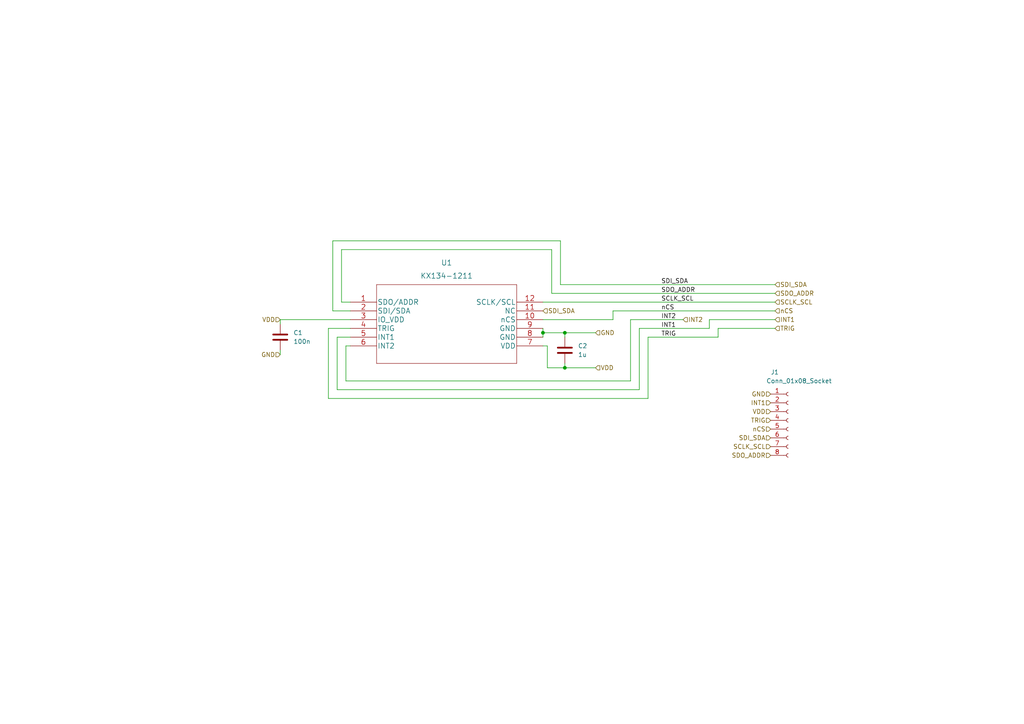
<source format=kicad_sch>
(kicad_sch (version 20230121) (generator eeschema)
  (paper "A4")
  (title_block (date "2023-05-18") (company "Imperial College") (comment 1 "Author: Alexis DEVILLARD"))
  (lib_symbols
    (symbol "Connector:Conn_01x08_Socket" (pin_names (offset 1.016) hide)
      (property "Reference" "J" (at 0 10.16 0))
      (property "Value" "Conn_01x08_Socket" (at 0 -12.7 0))
      (symbol "Conn_01x08_Socket_1_1"
        (arc (start 0 -9.652) (mid -0.5058 -10.16) (end 0 -10.668) (stroke (width 0.1524)))
        (arc (start 0 -7.112) (mid -0.5058 -7.62) (end 0 -8.128) (stroke (width 0.1524)))
        (arc (start 0 -4.572) (mid -0.5058 -5.08) (end 0 -5.588) (stroke (width 0.1524)))
        (arc (start 0 -2.032) (mid -0.5058 -2.54) (end 0 -3.048) (stroke (width 0.1524)))
        (polyline (pts (xy -1.27 -10.16) (xy -0.508 -10.16)) (stroke (width 0.1524)))
        (polyline (pts (xy -1.27 -7.62) (xy -0.508 -7.62)) (stroke (width 0.1524)))
        (polyline (pts (xy -1.27 -5.08) (xy -0.508 -5.08)) (stroke (width 0.1524)))
        (polyline (pts (xy -1.27 -2.54) (xy -0.508 -2.54)) (stroke (width 0.1524)))
        (polyline (pts (xy -1.27 0) (xy -0.508 0)) (stroke (width 0.1524)))
        (polyline (pts (xy -1.27 2.54) (xy -0.508 2.54)) (stroke (width 0.1524)))
        (polyline (pts (xy -1.27 5.08) (xy -0.508 5.08)) (stroke (width 0.1524)))
        (polyline (pts (xy -1.27 7.62) (xy -0.508 7.62)) (stroke (width 0.1524)))
        (arc (start 0 0.508) (mid -0.5058 0) (end 0 -0.508) (stroke (width 0.1524)))
        (arc (start 0 3.048) (mid -0.5058 2.54) (end 0 2.032) (stroke (width 0.1524)))
        (arc (start 0 5.588) (mid -0.5058 5.08) (end 0 4.572) (stroke (width 0.1524)))
        (arc (start 0 8.128) (mid -0.5058 7.62) (end 0 7.112) (stroke (width 0.1524)))
        (pin passive line (at -5.08 7.62 0) (length 3.81) (name "Pin_1") (number "1"))
        (pin passive line (at -5.08 5.08 0) (length 3.81) (name "Pin_2") (number "2"))
        (pin passive line (at -5.08 2.54 0) (length 3.81) (name "Pin_3") (number "3"))
        (pin passive line (at -5.08 0 0) (length 3.81) (name "Pin_4") (number "4"))
        (pin passive line (at -5.08 -2.54 0) (length 3.81) (name "Pin_5") (number "5"))
        (pin passive line (at -5.08 -5.08 0) (length 3.81) (name "Pin_6") (number "6"))
        (pin passive line (at -5.08 -7.62 0) (length 3.81) (name "Pin_7") (number "7"))
        (pin passive line (at -5.08 -10.16 0) (length 3.81) (name "Pin_8") (number "8"))
      )
    )
    (symbol "Device:C" (pin_numbers hide) (pin_names (offset 0.254))
      (property "Reference" "C" (at 0.635 2.54 0))
      (property "Value" "C" (at 0.635 -2.54 0))
      (symbol "C_0_1"
        (polyline (pts (xy -2.032 -0.762) (xy 2.032 -0.762)) (stroke (width 0.508)))
        (polyline (pts (xy -2.032 0.762) (xy 2.032 0.762)) (stroke (width 0.508)))
      )
      (symbol "C_1_1"
        (pin passive line (at 0 3.81 270) (length 2.794) (name "~") (number "1"))
        (pin passive line (at 0 -3.81 90) (length 2.794) (name "~") (number "2"))
      )
    )
    (symbol "Rohm Semiconductor:KX134-1211" (pin_names (offset 0.254))
      (property "Reference" "U9" (at 27.94 11.43 0))
      (property "Value" "KX134-1211" (at 27.94 7.62 0))
      (symbol "KX134-1211_1_1"
        (polyline (pts (xy 7.62 -17.78) (xy 48.26 -17.78)) (stroke (width 0.127)))
        (polyline (pts (xy 7.62 5.08) (xy 7.62 -17.78)) (stroke (width 0.127)))
        (polyline (pts (xy 48.26 -17.78) (xy 48.26 5.08)) (stroke (width 0.127)))
        (polyline (pts (xy 48.26 5.08) (xy 7.62 5.08)) (stroke (width 0.127)))
        (pin bidirectional line (at 0 0 0) (length 7.62) (name "SDO/ADDR") (number "1"))
        (pin input line (at 55.88 -5.08 180) (length 7.62) (name "nCS") (number "10"))
        (pin input line (at 55.88 -2.54 180) (length 7.62) (name "NC") (number "11"))
        (pin input line (at 55.88 0 180) (length 7.62) (name "SCLK/SCL") (number "12"))
        (pin bidirectional line (at 0 -2.54 0) (length 7.62) (name "SDI/SDA") (number "2"))
        (pin power_in line (at 0 -5.08 0) (length 7.62) (name "IO_VDD") (number "3"))
        (pin input line (at 0 -7.62 0) (length 7.62) (name "TRIG") (number "4"))
        (pin output line (at 0 -10.16 0) (length 7.62) (name "INT1") (number "5"))
        (pin output line (at 0 -12.7 0) (length 7.62) (name "INT2") (number "6"))
        (pin power_in line (at 55.88 -12.7 180) (length 7.62) (name "VDD") (number "7"))
        (pin power_in line (at 55.88 -10.16 180) (length 7.62) (name "GND") (number "8"))
        (pin power_in line (at 55.88 -7.62 180) (length 7.62) (name "GND") (number "9"))
      )
    )
  )
  (junction (at 163.83 96.52))
  (junction (at 163.83 106.68))
  (junction (at 157.48 96.52))
  (wire (pts (xy 160.02 72.39) (xy 160.02 85.09)))
  (wire (pts (xy 205.74 92.71) (xy 205.74 95.25)))
  (wire (pts (xy 81.28 101.6) (xy 81.28 102.87)))
  (wire (pts (xy 101.6 90.17) (xy 96.52 90.17)))
  (wire (pts (xy 162.56 82.55) (xy 224.79 82.55)))
  (wire (pts (xy 163.83 97.79) (xy 163.83 96.52)))
  (wire (pts (xy 182.88 92.71) (xy 198.12 92.71)))
  (wire (pts (xy 157.48 95.25) (xy 157.48 96.52)))
  (wire (pts (xy 97.79 113.03) (xy 185.42 113.03)))
  (wire (pts (xy 158.75 106.68) (xy 163.83 106.68)))
  (wire (pts (xy 96.52 69.85) (xy 162.56 69.85)))
  (wire (pts (xy 208.28 95.25) (xy 224.79 95.25)))
  (wire (pts (xy 205.74 92.71) (xy 224.79 92.71)))
  (wire (pts (xy 95.25 95.25) (xy 95.25 115.57)))
  (wire (pts (xy 100.33 100.33) (xy 100.33 110.49)))
  (wire (pts (xy 157.48 96.52) (xy 157.48 97.79)))
  (wire (pts (xy 208.28 97.79) (xy 208.28 95.25)))
  (wire (pts (xy 163.83 105.41) (xy 163.83 106.68)))
  (wire (pts (xy 97.79 97.79) (xy 97.79 113.03)))
  (wire (pts (xy 101.6 100.33) (xy 100.33 100.33)))
  (wire (pts (xy 160.02 85.09) (xy 224.79 85.09)))
  (wire (pts (xy 185.42 95.25) (xy 205.74 95.25)))
  (wire (pts (xy 162.56 69.85) (xy 162.56 82.55)))
  (wire (pts (xy 81.28 92.71) (xy 81.28 93.98)))
  (wire (pts (xy 96.52 90.17) (xy 96.52 69.85)))
  (wire (pts (xy 101.6 95.25) (xy 95.25 95.25)))
  (wire (pts (xy 163.83 106.68) (xy 172.72 106.68)))
  (wire (pts (xy 177.8 92.71) (xy 177.8 90.17)))
  (wire (pts (xy 157.48 87.63) (xy 224.79 87.63)))
  (wire (pts (xy 157.48 92.71) (xy 177.8 92.71)))
  (wire (pts (xy 158.75 100.33) (xy 157.48 100.33)))
  (wire (pts (xy 100.33 110.49) (xy 182.88 110.49)))
  (wire (pts (xy 95.25 115.57) (xy 187.96 115.57)))
  (wire (pts (xy 182.88 110.49) (xy 182.88 92.71)))
  (wire (pts (xy 101.6 92.71) (xy 81.28 92.71)))
  (wire (pts (xy 158.75 106.68) (xy 158.75 100.33)))
  (wire (pts (xy 157.48 96.52) (xy 163.83 96.52)))
  (wire (pts (xy 99.06 72.39) (xy 160.02 72.39)))
  (wire (pts (xy 163.83 96.52) (xy 172.72 96.52)))
  (wire (pts (xy 187.96 97.79) (xy 208.28 97.79)))
  (wire (pts (xy 177.8 90.17) (xy 224.79 90.17)))
  (wire (pts (xy 185.42 113.03) (xy 185.42 95.25)))
  (wire (pts (xy 101.6 97.79) (xy 97.79 97.79)))
  (wire (pts (xy 187.96 115.57) (xy 187.96 97.79)))
  (wire (pts (xy 101.6 87.63) (xy 99.06 87.63)))
  (wire (pts (xy 99.06 87.63) (xy 99.06 72.39)))
  (label "INT1" (at 191.77 95.25 0))
  (label "TRIG" (at 191.77 97.79 0))
  (label "SCLK_SCL" (at 191.77 87.63 0))
  (label "SDI_SDA" (at 191.77 82.55 0))
  (label "nCS" (at 191.77 90.17 0))
  (label "SDO_ADDR" (at 191.77 85.09 0))
  (label "INT2" (at 191.77 92.71 0))
  (hierarchical_label "INT2" (shape input) (at 198.12 92.71 0))
  (hierarchical_label "VDD" (shape input) (at 172.72 106.68 0))
  (hierarchical_label "SDI_SDA" (shape input) (at 157.48 90.17 0))
  (hierarchical_label "nCS" (shape input) (at 224.79 90.17 0))
  (hierarchical_label "GND" (shape input) (at 223.52 114.3 180))
  (hierarchical_label "INT1" (shape input) (at 223.52 116.84 180))
  (hierarchical_label "SCLK_SCL" (shape input) (at 223.52 129.54 180))
  (hierarchical_label "VDD" (shape input) (at 81.28 92.71 180))
  (hierarchical_label "nCS" (shape input) (at 223.52 124.46 180))
  (hierarchical_label "GND" (shape input) (at 81.28 102.87 180))
  (hierarchical_label "SCLK_SCL" (shape input) (at 224.79 87.63 0))
  (hierarchical_label "TRIG" (shape input) (at 224.79 95.25 0))
  (hierarchical_label "SDI_SDA" (shape input) (at 224.79 82.55 0))
  (hierarchical_label "TRIG" (shape input) (at 223.52 121.92 180))
  (hierarchical_label "SDI_SDA" (shape input) (at 223.52 127 180))
  (hierarchical_label "GND" (shape input) (at 172.72 96.52 0))
  (hierarchical_label "VDD" (shape input) (at 223.52 119.38 180))
  (hierarchical_label "INT1" (shape input) (at 224.79 92.71 0))
  (hierarchical_label "SDO_ADDR" (shape input) (at 224.79 85.09 0))
  (hierarchical_label "SDO_ADDR" (shape input) (at 223.52 132.08 180))
  (symbol (lib_id "Device:C") (at 163.83 101.6 0) (unit 1)
    (property "Reference" "C2" (at 167.64 100.3299 0) (effects (justify left)))
    (property "Value" "1u" (at 167.64 102.8699 0) (effects (justify left)))
    (property "Footprint" "Capacitor_SMD:C_01005_0402Metric" (effects hide))
    (instances (project "KX134_array" (path "" (reference "C2") (unit 1)) (path "" (reference "C4") (unit 1)) (path "" (reference "C6") (unit 1)) (path "" (reference "C12") (unit 1)) (path "" (reference "C8") (unit 1)) (path "" (reference "C10") (unit 1)) (path "" (reference "C18") (unit 1)) (path "" (reference "C14") (unit 1)) (path "" (reference "C16") (unit 1))) (project "inskinacc" (path "" (reference "C2") (unit 1))))
  )
  (symbol (lib_id "Device:C") (at 81.28 97.79 0) (unit 1)
    (property "Reference" "C1" (at 85.09 96.5199 0) (effects (justify left)))
    (property "Value" "100n" (at 85.09 99.0599 0) (effects (justify left)))
    (property "Footprint" "Capacitor_SMD:C_01005_0402Metric" (effects hide))
    (instances (project "KX134_array" (path "" (reference "C1") (unit 1)) (path "" (reference "C3") (unit 1)) (path "" (reference "C5") (unit 1)) (path "" (reference "C11") (unit 1)) (path "" (reference "C7") (unit 1)) (path "" (reference "C9") (unit 1)) (path "" (reference "C17") (unit 1)) (path "" (reference "C13") (unit 1)) (path "" (reference "C15") (unit 1))) (project "inskinacc" (path "" (reference "C1") (unit 1))))
  )
  (symbol (lib_id "Connector:Conn_01x08_Socket") (at 228.6 121.92 0) (unit 1)
    (property "Reference" "J1" (at 223.52 107.95 0) (effects (justify left)))
    (property "Value" "Conn_01x08_Socket" (at 222.25 110.49 0) (effects (justify left)))
    (property "Footprint" "Connector_PinSocket_1.27mm:PinSocket_1x08_P1.27mm_Vertical" (effects hide))
    (instances (project "KX134_array" (path "" (reference "J1") (unit 1)) (path "" (reference "J2") (unit 1)) (path "" (reference "J3") (unit 1)) (path "" (reference "J4") (unit 1)) (path "" (reference "J5") (unit 1)) (path "" (reference "J6") (unit 1)) (path "" (reference "J7") (unit 1)) (path "" (reference "J8") (unit 1)) (path "" (reference "J9") (unit 1))))
  )
  (symbol (lib_id "Rohm Semiconductor:KX134-1211") (at 101.6 87.63 0) (unit 1)
    (property "Reference" "U1" (at 129.54 76.2 0) (effects (font (size 1.524 1.524))))
    (property "Value" "KX134-1211" (at 129.54 80.01 0) (effects (font (size 1.524 1.524))))
    (property "Footprint" "00_custom-footprints:KX134-1211" (effects hide))
    (instances (project "KX134_array" (path "" (reference "U1") (unit 1)) (path "" (reference "U2") (unit 1)) (path "" (reference "U3") (unit 1)) (path "" (reference "U6") (unit 1)) (path "" (reference "U4") (unit 1)) (path "" (reference "U5") (unit 1)) (path "" (reference "U9") (unit 1)) (path "" (reference "U7") (unit 1)) (path "" (reference "U8") (unit 1))) (project "inskinacc" (path "" (reference "U1") (unit 1))))
  )
)
</source>
